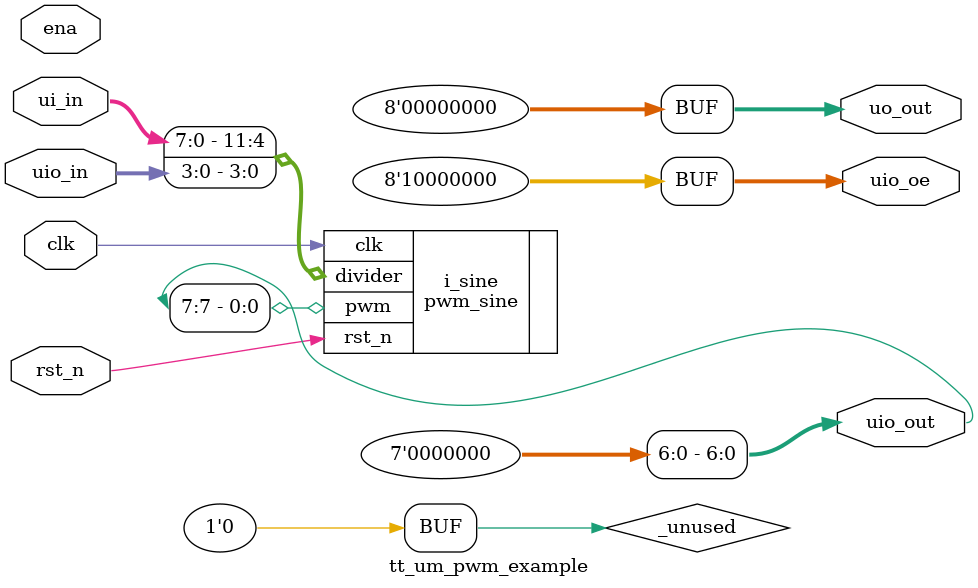
<source format=v>
/*
 * Copyright (c) 2024 Your Name
 * SPDX-License-Identifier: Apache-2.0
 */

`default_nettype none

module tt_um_pwm_example (
    input  wire [7:0] ui_in,    // Dedicated inputs
    output wire [7:0] uo_out,   // Dedicated outputs
    input  wire [7:0] uio_in,   // IOs: Input path
    output wire [7:0] uio_out,  // IOs: Output path
    output wire [7:0] uio_oe,   // IOs: Enable path (active high: 0=input, 1=output)
    input  wire       ena,      // always 1 when the design is powered, so you can ignore it
    input  wire       clk,      // clock
    input  wire       rst_n     // reset_n - low to reset
);

  pwm_sine i_sine(
        .clk(clk),
        .rst_n(rst_n),

        .divider({ui_in, uio_in[3:0]}),

        .pwm(uio_out[7])
  );

  // All output pins must be assigned. If not used, assign to 0.
  assign uo_out = 0;
  assign uio_out[6:0] = 0;
  assign uio_oe = 8'b10000000;

  // List all unused inputs to prevent warnings
  wire _unused = &{ena, uio_in[7:4], 1'b0};

endmodule

</source>
